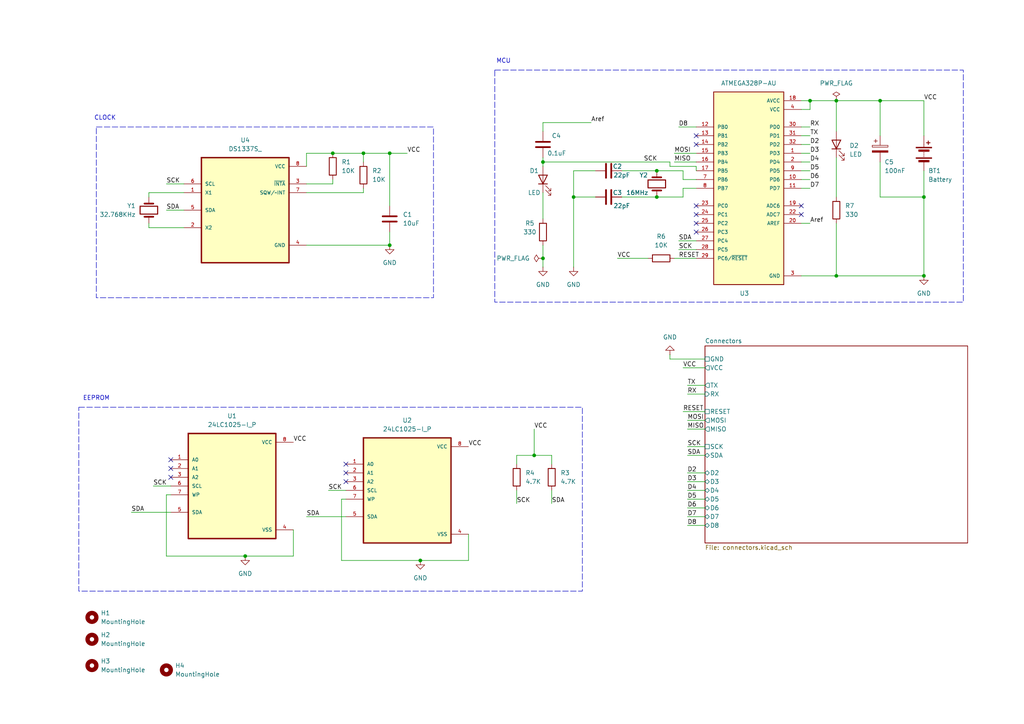
<source format=kicad_sch>
(kicad_sch (version 20250114) (generator "eeschema") (generator_version "9.0")
  (paper "A4")
  (title_block (title "${project_name}") (date "2026-01-29") (rev "1"))
  (lib_symbols
    (symbol "24LC1025-I_P:24LC1025-I_P" (pin_names (offset 1.016))
      (property "Reference" "U" (at -12.7 16.24 0))
      (property "Value" "24LC1025-I_P" (at -12.7 -19.24 0))
      (symbol "24LC1025-I_P_0_0"
        (rectangle (start -12.7 -15.24) (end 12.7 15.24) (stroke (width 0.41)) (fill (type background)))
        (pin input line (at -17.78 7.62 0) (length 5.08) (name "A0") (number "1"))
        (pin input line (at -17.78 5.08 0) (length 5.08) (name "A1") (number "2"))
        (pin input line (at -17.78 2.54 0) (length 5.08) (name "A2") (number "3"))
        (pin input line (at -17.78 0 0) (length 5.08) (name "SCL") (number "6"))
        (pin input line (at -17.78 -2.54 0) (length 5.08) (name "WP") (number "7"))
        (pin bidirectional line (at -17.78 -7.62 0) (length 5.08) (name "SDA") (number "5"))
        (pin power_in line (at 17.78 12.7 180) (length 5.08) (name "VCC") (number "8"))
        (pin power_in line (at 17.78 -12.7 180) (length 5.08) (name "VSS") (number "4"))
      )
    )
    (symbol "ATMEGA328P-AU:ATMEGA328P-AU" (pin_names (offset 1.016))
      (property "Reference" "U" (at -10.1755 29.2546 0))
      (property "Value" "ATMEGA328P-AU" (at -10.1669 -31.7714 0))
      (symbol "ATMEGA328P-AU_0_0"
        (rectangle (start -10.16 -27.94) (end 10.16 27.94) (stroke (width 0.254)) (fill (type background)))
        (pin bidirectional line (at -15.24 17.78 0) (length 5.08) (name "PB0") (number "12"))
        (pin bidirectional line (at -15.24 15.24 0) (length 5.08) (name "PB1") (number "13"))
        (pin bidirectional line (at -15.24 12.7 0) (length 5.08) (name "PB2") (number "14"))
        (pin bidirectional line (at -15.24 10.16 0) (length 5.08) (name "PB3") (number "15"))
        (pin bidirectional line (at -15.24 7.62 0) (length 5.08) (name "PB4") (number "16"))
        (pin bidirectional line (at -15.24 5.08 0) (length 5.08) (name "PB5") (number "17"))
        (pin bidirectional line (at -15.24 2.54 0) (length 5.08) (name "PB6") (number "7"))
        (pin bidirectional line (at -15.24 0 0) (length 5.08) (name "PB7") (number "8"))
        (pin bidirectional line (at -15.24 -5.08 0) (length 5.08) (name "PC0") (number "23"))
        (pin bidirectional line (at -15.24 -7.62 0) (length 5.08) (name "PC1") (number "24"))
        (pin bidirectional line (at -15.24 -10.16 0) (length 5.08) (name "PC2") (number "25"))
        (pin bidirectional line (at -15.24 -12.7 0) (length 5.08) (name "PC3") (number "26"))
        (pin bidirectional line (at -15.24 -15.24 0) (length 5.08) (name "PC4") (number "27"))
        (pin bidirectional line (at -15.24 -17.78 0) (length 5.08) (name "PC5") (number "28"))
        (pin bidirectional line (at -15.24 -20.32 0) (length 5.08) (name "PC6/~{RESET}") (number "29"))
        (pin power_in line (at 15.24 25.4 180) (length 5.08) (name "AVCC") (number "18"))
        (pin power_in line (at 15.24 22.86 180) (length 5.08) (name "VCC") (number "4"))
        (pin power_in line (at 15.24 22.86 180) (length 5.08) (hide yes) (name "VCC") (number "6"))
        (pin bidirectional line (at 15.24 17.78 180) (length 5.08) (name "PD0") (number "30"))
        (pin bidirectional line (at 15.24 15.24 180) (length 5.08) (name "PD1") (number "31"))
        (pin bidirectional line (at 15.24 12.7 180) (length 5.08) (name "PD2") (number "32"))
        (pin bidirectional line (at 15.24 10.16 180) (length 5.08) (name "PD3") (number "1"))
        (pin bidirectional line (at 15.24 7.62 180) (length 5.08) (name "PD4") (number "2"))
        (pin bidirectional line (at 15.24 5.08 180) (length 5.08) (name "PD5") (number "9"))
        (pin bidirectional line (at 15.24 2.54 180) (length 5.08) (name "PD6") (number "10"))
        (pin bidirectional line (at 15.24 0 180) (length 5.08) (name "PD7") (number "11"))
        (pin bidirectional line (at 15.24 -5.08 180) (length 5.08) (name "ADC6") (number "19"))
        (pin bidirectional line (at 15.24 -7.62 180) (length 5.08) (name "ADC7") (number "22"))
        (pin input line (at 15.24 -10.16 180) (length 5.08) (name "AREF") (number "20"))
        (pin power_in line (at 15.24 -25.4 180) (length 5.08) (hide yes) (name "GND") (number "21"))
        (pin power_in line (at 15.24 -25.4 180) (length 5.08) (name "GND") (number "3"))
        (pin power_in line (at 15.24 -25.4 180) (length 5.08) (hide yes) (name "GND") (number "5"))
      )
    )
    (symbol "DS1337S_:DS1337S_" (pin_names (offset 1.016))
      (property "Reference" "U" (at -12.7 16.24 0))
      (property "Value" "DS1337S_" (at -12.7 -19.24 0))
      (symbol "DS1337S__0_0"
        (rectangle (start -12.7 -15.24) (end 12.7 15.24) (stroke (width 0.41)) (fill (type background)))
        (pin input line (at -17.78 7.62 0) (length 5.08) (name "SCL") (number "6"))
        (pin input line (at -17.78 5.08 0) (length 5.08) (name "X1") (number "1"))
        (pin bidirectional line (at -17.78 0 0) (length 5.08) (name "SDA") (number "5"))
        (pin bidirectional line (at -17.78 -5.08 0) (length 5.08) (name "X2") (number "2"))
        (pin power_in line (at 17.78 12.7 180) (length 5.08) (name "VCC") (number "8"))
        (pin output line (at 17.78 7.62 180) (length 5.08) (name "~{INTA}") (number "3"))
        (pin output line (at 17.78 5.08 180) (length 5.08) (name "SQW/~INT") (number "7"))
        (pin power_in line (at 17.78 -10.16 180) (length 5.08) (name "GND") (number "4"))
      )
    )
    (symbol "Device:Battery" (pin_numbers (hide yes)) (pin_names (offset 0) (hide yes))
      (property "Reference" "BT" (at 2.54 2.54 0))
      (property "Value" "Battery" (at 2.54 0 0))
      (symbol "Battery_0_1"
        (rectangle (start -2.286 1.778) (end 2.286 1.524) (fill (type outline)))
        (rectangle (start -2.286 -1.27) (end 2.286 -1.524) (fill (type outline)))
        (rectangle (start -1.524 1.016) (end 1.524 0.508) (fill (type outline)))
        (rectangle (start -1.524 -2.032) (end 1.524 -2.54) (fill (type outline)))
        (polyline (pts (xy 0 1.778) (xy 0 2.54)))
        (polyline (pts (xy 0 0) (xy 0 0.254)))
        (polyline (pts (xy 0 -0.508) (xy 0 -0.254)))
        (polyline (pts (xy 0 -1.016) (xy 0 -0.762)))
        (polyline (pts (xy 0.762 3.048) (xy 1.778 3.048)) (stroke (width 0.254)))
        (polyline (pts (xy 1.27 3.556) (xy 1.27 2.54)) (stroke (width 0.254)))
      )
      (symbol "Battery_1_1"
        (pin passive line (at 0 5.08 270) (length 2.54) (name "+") (number "1"))
        (pin passive line (at 0 -5.08 90) (length 2.54) (name "-") (number "2"))
      )
    )
    (symbol "Device:C" (pin_numbers (hide yes)) (pin_names (offset 0.254))
      (property "Reference" "C" (at 0.635 2.54 0))
      (property "Value" "C" (at 0.635 -2.54 0))
      (symbol "C_0_1"
        (polyline (pts (xy -2.032 0.762) (xy 2.032 0.762)) (stroke (width 0.508)))
        (polyline (pts (xy -2.032 -0.762) (xy 2.032 -0.762)) (stroke (width 0.508)))
      )
      (symbol "C_1_1"
        (pin passive line (at 0 3.81 270) (length 2.794) (name "~") (number "1"))
        (pin passive line (at 0 -3.81 90) (length 2.794) (name "~") (number "2"))
      )
    )
    (symbol "Device:C_Polarized" (pin_numbers (hide yes)) (pin_names (offset 0.254))
      (property "Reference" "C" (at 0.635 2.54 0))
      (property "Value" "C_Polarized" (at 0.635 -2.54 0))
      (symbol "C_Polarized_0_1"
        (rectangle (start -2.286 0.508) (end 2.286 1.016))
        (polyline (pts (xy -1.778 2.286) (xy -0.762 2.286)))
        (polyline (pts (xy -1.27 2.794) (xy -1.27 1.778)))
        (rectangle (start 2.286 -0.508) (end -2.286 -1.016) (fill (type outline)))
      )
      (symbol "C_Polarized_1_1"
        (pin passive line (at 0 3.81 270) (length 2.794) (name "~") (number "1"))
        (pin passive line (at 0 -3.81 90) (length 2.794) (name "~") (number "2"))
      )
    )
    (symbol "Device:Crystal" (pin_numbers (hide yes)) (pin_names (offset 1.016) (hide yes))
      (property "Reference" "Y" (at 0 3.81 0))
      (property "Value" "Crystal" (at 0 -3.81 0))
      (symbol "Crystal_0_1"
        (polyline (pts (xy -2.54 0) (xy -1.905 0)))
        (polyline (pts (xy -1.905 -1.27) (xy -1.905 1.27)) (stroke (width 0.508)))
        (rectangle (start -1.143 2.54) (end 1.143 -2.54) (stroke (width 0.3048)))
        (polyline (pts (xy 1.905 -1.27) (xy 1.905 1.27)) (stroke (width 0.508)))
        (polyline (pts (xy 2.54 0) (xy 1.905 0)))
      )
      (symbol "Crystal_1_1"
        (pin passive line (at -3.81 0 0) (length 1.27) (name "1") (number "1"))
        (pin passive line (at 3.81 0 180) (length 1.27) (name "2") (number "2"))
      )
    )
    (symbol "Device:LED" (pin_numbers (hide yes)) (pin_names (offset 1.016) (hide yes))
      (property "Reference" "D" (at 0 2.54 0))
      (property "Value" "LED" (at 0 -2.54 0))
      (symbol "LED_0_1"
        (polyline (pts (xy -3.048 -0.762) (xy -4.572 -2.286) (xy -3.81 -2.286) (xy -4.572 -2.286) (xy -4.572 -1.524)))
        (polyline (pts (xy -1.778 -0.762) (xy -3.302 -2.286) (xy -2.54 -2.286) (xy -3.302 -2.286) (xy -3.302 -1.524)))
        (polyline (pts (xy -1.27 0) (xy 1.27 0)))
        (polyline (pts (xy -1.27 -1.27) (xy -1.27 1.27)) (stroke (width 0.254)))
        (polyline (pts (xy 1.27 -1.27) (xy 1.27 1.27) (xy -1.27 0) (xy 1.27 -1.27)) (stroke (width 0.254)))
      )
      (symbol "LED_1_1"
        (pin passive line (at -3.81 0 0) (length 2.54) (name "K") (number "1"))
        (pin passive line (at 3.81 0 180) (length 2.54) (name "A") (number "2"))
      )
    )
    (symbol "Device:R" (pin_numbers (hide yes)) (pin_names (offset 0))
      (property "Reference" "R" (at 2.032 0 90))
      (property "Value" "R" (at 0 0 90))
      (symbol "R_0_1"
        (rectangle (start -1.016 -2.54) (end 1.016 2.54) (stroke (width 0.254)))
      )
      (symbol "R_1_1"
        (pin passive line (at 0 3.81 270) (length 1.27) (name "~") (number "1"))
        (pin passive line (at 0 -3.81 90) (length 1.27) (name "~") (number "2"))
      )
    )
    (symbol "Mechanical:MountingHole" (pin_names (offset 1.016)) (in_bom no)
      (property "Reference" "H" (at 0 5.08 0))
      (property "Value" "MountingHole" (at 0 3.175 0))
      (symbol "MountingHole_0_1"
        (circle (center 0 0) (radius 1.27) (stroke (width 1.27)))
      )
    )
    (symbol "power:GND" (power) (pin_numbers (hide yes)) (pin_names (offset 0) (hide yes))
      (property "Value" "GND" (at 0 -3.81 0))
      (symbol "GND_0_1"
        (polyline (pts (xy 0 0) (xy 0 -1.27) (xy 1.27 -1.27) (xy 0 -2.54) (xy -1.27 -1.27) (xy 0 -1.27)))
      )
      (symbol "GND_1_1"
        (pin power_in line (at 0 0 270) (length 0) (name "~") (number "1"))
      )
    )
    (symbol "power:PWR_FLAG" (power) (pin_numbers (hide yes)) (pin_names (offset 0) (hide yes))
      (property "Value" "PWR_FLAG" (at 0 3.81 0))
      (symbol "PWR_FLAG_0_0"
        (pin power_out line (at 0 0 90) (length 0) (name "~") (number "1"))
      )
      (symbol "PWR_FLAG_0_1"
        (polyline (pts (xy 0 0) (xy 0 1.27) (xy -1.016 1.905) (xy 0 2.54) (xy 1.016 1.905) (xy 0 1.27)))
      )
    )
  )
  (rectangle (start 22.86 118.11) (end 168.91 171.45) (stroke (width 0) (type dash)))
  (rectangle (start 143.51 20.32) (end 279.4 87.63) (stroke (width 0) (type dash)))
  (rectangle (start 27.94 36.83) (end 125.73 86.36) (stroke (width 0) (type dash)))
  (text "EEPROM" (at 27.94 115.57 0) (effects (font (size 1.27 1.27))))
  (text "CLOCK" (at 30.48 34.29 0) (effects (font (size 1.27 1.27))))
  (text "MCU" (at 146.05 17.78 0) (effects (font (size 1.27 1.27))))
  (junction (at 190.5 57.15))
  (junction (at 121.92 162.56))
  (junction (at 255.27 29.21))
  (junction (at 234.95 29.21))
  (junction (at 96.52 44.45))
  (junction (at 166.37 57.15))
  (junction (at 242.57 29.21))
  (junction (at 154.94 132.08))
  (junction (at 113.03 71.12))
  (junction (at 71.12 161.29))
  (junction (at 157.48 46.99))
  (junction (at 105.41 44.45))
  (junction (at 267.97 57.15))
  (junction (at 242.57 80.01))
  (junction (at 113.03 44.45))
  (junction (at 157.48 74.93))
  (junction (at 267.97 80.01))
  (junction (at 190.5 49.53))
  (no_connect (at 232.41 62.23))
  (no_connect (at 49.53 133.35))
  (no_connect (at 201.93 39.37))
  (no_connect (at 201.93 41.91))
  (no_connect (at 201.93 62.23))
  (no_connect (at 100.33 137.16))
  (no_connect (at 201.93 67.31))
  (no_connect (at 100.33 134.62))
  (no_connect (at 100.33 139.7))
  (no_connect (at 201.93 59.69))
  (no_connect (at 232.41 59.69))
  (no_connect (at 49.53 138.43))
  (no_connect (at 201.93 64.77))
  (no_connect (at 49.53 135.89))
  (wire (pts (xy 255.27 57.15) (xy 267.97 57.15)))
  (wire (pts (xy 196.85 69.85) (xy 201.93 69.85)))
  (wire (pts (xy 157.48 46.99) (xy 157.48 48.26)))
  (wire (pts (xy 43.18 64.77) (xy 43.18 66.04)))
  (wire (pts (xy 255.27 29.21) (xy 255.27 39.37)))
  (wire (pts (xy 180.34 57.15) (xy 190.5 57.15)))
  (wire (pts (xy 199.39 144.78) (xy 204.47 144.78)))
  (wire (pts (xy 234.95 29.21) (xy 234.95 31.75)))
  (wire (pts (xy 105.41 44.45) (xy 113.03 44.45)))
  (wire (pts (xy 48.26 143.51) (xy 48.26 161.29)))
  (wire (pts (xy 198.12 57.15) (xy 190.5 57.15)))
  (wire (pts (xy 232.41 49.53) (xy 234.95 49.53)))
  (wire (pts (xy 232.41 29.21) (xy 234.95 29.21)))
  (wire (pts (xy 198.12 54.61) (xy 198.12 57.15)))
  (wire (pts (xy 201.93 48.26) (xy 201.93 49.53)))
  (wire (pts (xy 166.37 57.15) (xy 166.37 77.47)))
  (wire (pts (xy 242.57 80.01) (xy 267.97 80.01)))
  (wire (pts (xy 234.95 29.21) (xy 242.57 29.21)))
  (wire (pts (xy 99.06 162.56) (xy 121.92 162.56)))
  (wire (pts (xy 232.41 52.07) (xy 234.95 52.07)))
  (wire (pts (xy 149.86 132.08) (xy 154.94 132.08)))
  (wire (pts (xy 199.39 152.4) (xy 204.47 152.4)))
  (wire (pts (xy 85.09 153.67) (xy 85.09 161.29)))
  (wire (pts (xy 198.12 49.53) (xy 198.12 52.07)))
  (wire (pts (xy 160.02 142.24) (xy 160.02 146.05)))
  (wire (pts (xy 88.9 48.26) (xy 88.9 44.45)))
  (wire (pts (xy 154.94 124.46) (xy 154.94 132.08)))
  (wire (pts (xy 149.86 134.62) (xy 149.86 132.08)))
  (wire (pts (xy 194.31 102.87) (xy 194.31 104.14)))
  (wire (pts (xy 43.18 66.04) (xy 53.34 66.04)))
  (wire (pts (xy 157.48 35.56) (xy 171.45 35.56)))
  (wire (pts (xy 43.18 55.88) (xy 43.18 57.15)))
  (wire (pts (xy 172.72 57.15) (xy 166.37 57.15)))
  (wire (pts (xy 267.97 49.53) (xy 267.97 57.15)))
  (wire (pts (xy 267.97 29.21) (xy 267.97 39.37)))
  (wire (pts (xy 190.5 49.53) (xy 198.12 49.53)))
  (wire (pts (xy 180.34 49.53) (xy 190.5 49.53)))
  (wire (pts (xy 198.12 52.07) (xy 201.93 52.07)))
  (wire (pts (xy 71.12 161.29) (xy 85.09 161.29)))
  (wire (pts (xy 154.94 132.08) (xy 160.02 132.08)))
  (wire (pts (xy 44.45 140.97) (xy 49.53 140.97)))
  (wire (pts (xy 157.48 46.99) (xy 194.31 46.99)))
  (wire (pts (xy 88.9 53.34) (xy 96.52 53.34)))
  (wire (pts (xy 199.39 129.54) (xy 204.47 129.54)))
  (wire (pts (xy 157.48 74.93) (xy 157.48 77.47)))
  (wire (pts (xy 105.41 55.88) (xy 105.41 54.61)))
  (wire (pts (xy 43.18 55.88) (xy 53.34 55.88)))
  (wire (pts (xy 199.39 111.76) (xy 204.47 111.76)))
  (wire (pts (xy 100.33 144.78) (xy 99.06 144.78)))
  (wire (pts (xy 48.26 60.96) (xy 53.34 60.96)))
  (wire (pts (xy 199.39 149.86) (xy 204.47 149.86)))
  (wire (pts (xy 198.12 106.68) (xy 204.47 106.68)))
  (wire (pts (xy 105.41 44.45) (xy 105.41 46.99)))
  (wire (pts (xy 242.57 29.21) (xy 255.27 29.21)))
  (wire (pts (xy 196.85 36.83) (xy 201.93 36.83)))
  (wire (pts (xy 196.85 72.39) (xy 201.93 72.39)))
  (wire (pts (xy 48.26 161.29) (xy 71.12 161.29)))
  (wire (pts (xy 194.31 104.14) (xy 204.47 104.14)))
  (wire (pts (xy 199.39 121.92) (xy 204.47 121.92)))
  (wire (pts (xy 157.48 38.1) (xy 157.48 35.56)))
  (wire (pts (xy 255.27 46.99) (xy 255.27 57.15)))
  (wire (pts (xy 121.92 162.56) (xy 135.89 162.56)))
  (wire (pts (xy 232.41 39.37) (xy 234.95 39.37)))
  (wire (pts (xy 199.39 147.32) (xy 204.47 147.32)))
  (wire (pts (xy 232.41 41.91) (xy 234.95 41.91)))
  (wire (pts (xy 166.37 49.53) (xy 172.72 49.53)))
  (wire (pts (xy 157.48 45.72) (xy 157.48 46.99)))
  (wire (pts (xy 38.1 148.59) (xy 49.53 148.59)))
  (wire (pts (xy 88.9 71.12) (xy 113.03 71.12)))
  (wire (pts (xy 160.02 132.08) (xy 160.02 134.62)))
  (wire (pts (xy 88.9 55.88) (xy 105.41 55.88)))
  (wire (pts (xy 199.39 114.3) (xy 204.47 114.3)))
  (wire (pts (xy 255.27 29.21) (xy 267.97 29.21)))
  (wire (pts (xy 199.39 142.24) (xy 204.47 142.24)))
  (wire (pts (xy 232.41 46.99) (xy 234.95 46.99)))
  (wire (pts (xy 96.52 44.45) (xy 105.41 44.45)))
  (wire (pts (xy 232.41 44.45) (xy 234.95 44.45)))
  (wire (pts (xy 179.07 74.93) (xy 187.96 74.93)))
  (wire (pts (xy 157.48 71.12) (xy 157.48 74.93)))
  (wire (pts (xy 242.57 29.21) (xy 242.57 38.1)))
  (wire (pts (xy 88.9 44.45) (xy 96.52 44.45)))
  (wire (pts (xy 135.89 154.94) (xy 135.89 162.56)))
  (wire (pts (xy 166.37 49.53) (xy 166.37 57.15)))
  (wire (pts (xy 232.41 64.77) (xy 234.95 64.77)))
  (wire (pts (xy 199.39 139.7) (xy 204.47 139.7)))
  (wire (pts (xy 194.31 46.99) (xy 194.31 48.26)))
  (wire (pts (xy 232.41 80.01) (xy 242.57 80.01)))
  (wire (pts (xy 194.31 48.26) (xy 201.93 48.26)))
  (wire (pts (xy 242.57 45.72) (xy 242.57 57.15)))
  (wire (pts (xy 48.26 53.34) (xy 53.34 53.34)))
  (wire (pts (xy 99.06 144.78) (xy 99.06 162.56)))
  (wire (pts (xy 242.57 64.77) (xy 242.57 80.01)))
  (wire (pts (xy 195.58 44.45) (xy 201.93 44.45)))
  (wire (pts (xy 199.39 132.08) (xy 204.47 132.08)))
  (wire (pts (xy 157.48 63.5) (xy 157.48 55.88)))
  (wire (pts (xy 232.41 31.75) (xy 234.95 31.75)))
  (wire (pts (xy 113.03 71.12) (xy 113.03 67.31)))
  (wire (pts (xy 232.41 54.61) (xy 234.95 54.61)))
  (wire (pts (xy 113.03 44.45) (xy 113.03 59.69)))
  (wire (pts (xy 198.12 119.38) (xy 204.47 119.38)))
  (wire (pts (xy 88.9 149.86) (xy 100.33 149.86)))
  (wire (pts (xy 149.86 142.24) (xy 149.86 146.05)))
  (wire (pts (xy 199.39 137.16) (xy 204.47 137.16)))
  (wire (pts (xy 201.93 54.61) (xy 198.12 54.61)))
  (wire (pts (xy 95.25 142.24) (xy 100.33 142.24)))
  (wire (pts (xy 96.52 53.34) (xy 96.52 52.07)))
  (wire (pts (xy 49.53 143.51) (xy 48.26 143.51)))
  (wire (pts (xy 113.03 44.45) (xy 118.11 44.45)))
  (wire (pts (xy 199.39 124.46) (xy 204.47 124.46)))
  (wire (pts (xy 195.58 74.93) (xy 201.93 74.93)))
  (wire (pts (xy 232.41 36.83) (xy 234.95 36.83)))
  (wire (pts (xy 267.97 57.15) (xy 267.97 80.01)))
  (wire (pts (xy 195.58 46.99) (xy 201.93 46.99)))
  (label "D3" (at 234.95 44.45 0))
  (label "D7" (at 234.95 54.61 0))
  (label "D4" (at 199.39 142.24 0))
  (label "VCC" (at 179.07 74.93 0))
  (label "SCK" (at 149.86 146.05 0))
  (label "Aref" (at 171.45 35.56 0))
  (label "D8" (at 196.85 36.83 0))
  (label "D5" (at 199.39 144.78 0))
  (label "D2" (at 234.95 41.91 0))
  (label "TX" (at 199.39 111.76 0))
  (label "RX" (at 199.39 114.3 0))
  (label "D3" (at 199.39 139.7 0))
  (label "SDA" (at 199.39 132.08 0))
  (label "SDA" (at 160.02 146.05 0))
  (label "RX" (at 234.95 36.83 0))
  (label "VCC" (at 267.97 29.21 0))
  (label "SCK" (at 186.69 46.99 0))
  (label "SCK" (at 44.45 140.97 0))
  (label "D7" (at 199.39 149.86 0))
  (label "RESET" (at 198.12 119.38 0))
  (label "VCC" (at 135.89 129.54 0))
  (label "RESET" (at 196.85 74.93 0))
  (label "VCC" (at 118.11 44.45 0))
  (label "D6" (at 199.39 147.32 0))
  (label "Aref" (at 234.95 64.77 0))
  (label "MISO" (at 195.58 46.99 0))
  (label "MOSI" (at 195.58 44.45 0))
  (label "SCK" (at 199.39 129.54 0))
  (label "MISO" (at 199.39 124.46 0))
  (label "D5" (at 234.95 49.53 0))
  (label "SCK" (at 95.25 142.24 0))
  (label "SDA" (at 196.85 69.85 0))
  (label "SDA" (at 48.26 60.96 0))
  (label "VCC" (at 154.94 124.46 0))
  (label "MOSI" (at 199.39 121.92 0))
  (label "VCC" (at 198.12 106.68 0))
  (label "D4" (at 234.95 46.99 0))
  (label "SDA" (at 38.1 148.59 0))
  (label "SDA" (at 88.9 149.86 0))
  (label "SCK" (at 196.85 72.39 0))
  (label "VCC" (at 85.09 128.27 0))
  (label "D8" (at 199.39 152.4 0))
  (label "D2" (at 199.39 137.16 0))
  (label "TX" (at 234.95 39.37 0))
  (label "SCK" (at 48.26 53.34 0))
  (label "D6" (at 234.95 52.07 0))
  (symbol (lib_id "Device:Crystal") (at 43.18 60.96 270) (mirror x) (unit 1)
    (property "Reference" "Y1" (at 39.37 59.6899 90) (effects (justify right)))
    (property "Value" "32.768KHz" (at 39.37 62.2299 90) (effects (justify right)))
    (property "Footprint" "Crystal:Crystal_SMD_5032-2Pin_5.0x3.2mm_HandSoldering" (effects (hide yes)))
    (property "Description" "Two pin crystal" (effects (hide yes)))
  )
  (symbol (lib_id "power:GND") (at 194.31 102.87 180) (unit 1)
    (property "Reference" "#PWR07" (effects (hide yes)))
    (property "Value" "GND" (at 194.31 97.79 0))
    (property "Description" "Power symbol creates a global label with name \"GND\" , ground" (effects (hide yes)))
  )
  (symbol (lib_id "Device:R") (at 96.52 48.26 0) (unit 1)
    (property "Reference" "R1" (at 99.06 46.9899 0) (effects (justify left)))
    (property "Value" "10K" (at 99.06 49.5299 0) (effects (justify left)))
    (property "Footprint" "Resistor_SMD:R_0805_2012Metric_Pad1.20x1.40mm_HandSolder" (effects (hide yes)))
    (property "Description" "Resistor" (effects (hide yes)))
  )
  (symbol (lib_id "Device:Crystal") (at 190.5 53.34 270) (unit 1)
    (property "Reference" "Y2" (at 185.42 50.8 90) (effects (justify left)))
    (property "Value" "16MHz" (at 181.61 55.88 90) (effects (justify left)))
    (property "Footprint" "Crystal:Crystal_SMD_5032-2Pin_5.0x3.2mm_HandSoldering" (effects (hide yes)))
    (property "Description" "Two pin crystal" (effects (hide yes)))
  )
  (symbol (lib_id "Device:R") (at 191.77 74.93 90) (unit 1)
    (property "Reference" "R6" (at 191.77 68.58 90))
    (property "Value" "10K" (at 191.77 71.12 90))
    (property "Footprint" "Resistor_SMD:R_0805_2012Metric_Pad1.20x1.40mm_HandSolder" (effects (hide yes)))
    (property "Description" "Resistor" (effects (hide yes)))
  )
  (symbol (lib_id "Device:C") (at 176.53 57.15 90) (unit 1)
    (property "Reference" "C3" (at 179.07 55.88 90))
    (property "Value" "22pF" (at 180.34 59.69 90))
    (property "Footprint" "Capacitor_SMD:C_0805_2012Metric_Pad1.18x1.45mm_HandSolder" (effects (hide yes)))
    (property "Description" "Unpolarized capacitor" (effects (hide yes)))
  )
  (symbol (lib_id "Device:R") (at 160.02 138.43 0) (unit 1)
    (property "Reference" "R3" (at 162.56 137.1599 0) (effects (justify left)))
    (property "Value" "4.7K" (at 162.56 139.6999 0) (effects (justify left)))
    (property "Footprint" "Resistor_SMD:R_0805_2012Metric_Pad1.20x1.40mm_HandSolder" (effects (hide yes)))
    (property "Description" "Resistor" (effects (hide yes)))
  )
  (symbol (lib_id "power:PWR_FLAG") (at 157.48 74.93 90) (unit 1)
    (property "Reference" "#FLG02" (effects (hide yes)))
    (property "Value" "PWR_FLAG" (at 153.67 74.9299 90) (effects (justify left)))
    (property "Description" "Special symbol for telling ERC where power comes from" (effects (hide yes)))
  )
  (symbol (lib_id "Mechanical:MountingHole") (at 26.67 179.07 0) (unit 1) (in_bom no)
    (property "Reference" "H1" (at 29.21 177.7999 0) (effects (justify left)))
    (property "Value" "MountingHole" (at 29.21 180.3399 0) (effects (justify left)))
    (property "Footprint" "MountingHole:MountingHole_2.1mm" (effects (hide yes)))
    (property "Description" "Mounting Hole without connection" (effects (hide yes)))
  )
  (symbol (lib_id "Mechanical:MountingHole") (at 48.26 194.31 0) (unit 1) (in_bom no)
    (property "Reference" "H4" (at 50.8 193.0399 0) (effects (justify left)))
    (property "Value" "MountingHole" (at 50.8 195.5799 0) (effects (justify left)))
    (property "Footprint" "MountingHole:MountingHole_2.1mm" (effects (hide yes)))
    (property "Description" "Mounting Hole without connection" (effects (hide yes)))
  )
  (symbol (lib_id "Device:C") (at 157.48 41.91 180) (unit 1)
    (property "Reference" "C4" (at 160.02 39.37 0) (effects (justify right)))
    (property "Value" "0.1uF" (at 158.75 44.45 0) (effects (justify right)))
    (property "Footprint" "Capacitor_SMD:C_0805_2012Metric_Pad1.18x1.45mm_HandSolder" (effects (hide yes)))
    (property "Description" "Unpolarized capacitor" (effects (hide yes)))
  )
  (symbol (lib_id "power:GND") (at 267.97 80.01 0) (unit 1)
    (property "Reference" "#PWR03" (effects (hide yes)))
    (property "Value" "GND" (at 267.97 85.09 0))
    (property "Description" "Power symbol creates a global label with name \"GND\" , ground" (effects (hide yes)))
  )
  (symbol (lib_id "ATMEGA328P-AU:ATMEGA328P-AU") (at 217.17 54.61 0) (unit 1)
    (property "Reference" "U3" (at 215.9 85.09 0))
    (property "Value" "ATMEGA328P-AU" (at 217.17 24.13 0))
    (property "Footprint" "footprints:QFP80P900X900X120-32N" (effects (hide yes)))
    (property "MF" "MICROCHIP TECH." (effects (hide yes)))
    (property "MAXIMUM_PACKAGE_HEIGHT" "1.20mm" (effects (hide yes)))
    (property "Package" "TQFP-32 Microchip" (effects (hide yes)))
    (property "Price" "None" (effects (hide yes)))
    (property "Check_prices" "https://www.snapeda.com/parts/ATMEGA328P-AU/Microchip+Technology/view-part/?ref=eda" (effects (hide yes)))
    (property "STANDARD" "IPC-7351B" (effects (hide yes)))
    (property "PARTREV" "8271A" (effects (hide yes)))
    (property "SnapEDA_Link" "https://www.snapeda.com/parts/ATMEGA328P-AU/Microchip+Technology/view-part/?ref=snap" (effects (hide yes)))
    (property "MP" "ATMEGA328P-AU" (effects (hide yes)))
    (property "Description_1" "MCU 8-bit - AVR ATmega Family ATmega328 Series Microcontrollers - 20 MHz - 32 KB - 2 KB - 32 Pins." (effects (hide yes)))
    (property "Availability" "In Stock" (effects (hide yes)))
    (property "MANUFACTURER" "Microchip" (effects (hide yes)))
  )
  (symbol (lib_id "power:GND") (at 121.92 162.56 0) (unit 1)
    (property "Reference" "#PWR02" (effects (hide yes)))
    (property "Value" "GND" (at 121.92 167.64 0))
    (property "Description" "Power symbol creates a global label with name \"GND\" , ground" (effects (hide yes)))
  )
  (symbol (lib_id "Device:R") (at 105.41 50.8 0) (unit 1)
    (property "Reference" "R2" (at 107.95 49.5299 0) (effects (justify left)))
    (property "Value" "10K" (at 107.95 52.0699 0) (effects (justify left)))
    (property "Footprint" "Resistor_SMD:R_0805_2012Metric_Pad1.20x1.40mm_HandSolder" (effects (hide yes)))
    (property "Description" "Resistor" (effects (hide yes)))
  )
  (symbol (lib_id "Device:R") (at 157.48 67.31 180) (unit 1)
    (property "Reference" "R5" (at 153.67 64.77 0))
    (property "Value" "330" (at 153.67 67.31 0))
    (property "Footprint" "Resistor_SMD:R_0805_2012Metric_Pad1.20x1.40mm_HandSolder" (effects (hide yes)))
    (property "Description" "Resistor" (effects (hide yes)))
  )
  (symbol (lib_id "Mechanical:MountingHole") (at 26.67 185.42 0) (unit 1) (in_bom no)
    (property "Reference" "H2" (at 29.21 184.1499 0) (effects (justify left)))
    (property "Value" "MountingHole" (at 29.21 186.6899 0) (effects (justify left)))
    (property "Footprint" "MountingHole:MountingHole_2.1mm" (effects (hide yes)))
    (property "Description" "Mounting Hole without connection" (effects (hide yes)))
  )
  (symbol (lib_id "DS1337S_:DS1337S_") (at 71.12 60.96 0) (unit 1)
    (property "Reference" "U4" (at 71.12 40.64 0))
    (property "Value" "DS1337S_" (at 71.12 43.18 0))
    (property "Footprint" "footprints:SOIC127P600X175-8N" (effects (hide yes)))
    (property "MF" "Analog Devices" (effects (hide yes)))
    (property "Description_1" "I²C Serial Real-Time Clock" (effects (hide yes)))
    (property "Package" "SOIC-8 Maxim" (effects (hide yes)))
    (property "Price" "None" (effects (hide yes)))
    (property "SnapEDA_Link" "https://www.snapeda.com/parts/DS1337S+/Analog+Devices/view-part/?ref=snap" (effects (hide yes)))
    (property "MP" "DS1337S+" (effects (hide yes)))
    (property "Availability" "In Stock" (effects (hide yes)))
    (property "Check_prices" "https://www.snapeda.com/parts/DS1337S+/Analog+Devices/view-part/?ref=eda" (effects (hide yes)))
  )
  (symbol (lib_id "Device:C") (at 176.53 49.53 90) (unit 1)
    (property "Reference" "C2" (at 179.07 48.26 90))
    (property "Value" "22pF" (at 180.34 50.8 90))
    (property "Footprint" "Capacitor_SMD:C_0805_2012Metric_Pad1.18x1.45mm_HandSolder" (effects (hide yes)))
    (property "Description" "Unpolarized capacitor" (effects (hide yes)))
  )
  (symbol (lib_id "Device:LED") (at 157.48 52.07 90) (unit 1)
    (property "Reference" "D1" (at 154.94 49.53 90))
    (property "Value" "LED" (at 154.94 55.88 90))
    (property "Footprint" "LED_SMD:LED_0805_2012Metric_Pad1.15x1.40mm_HandSolder" (effects (hide yes)))
    (property "Description" "Light emitting diode" (effects (hide yes)))
    (property "Sim.Pins" "1=K 2=A" (effects (hide yes)))
  )
  (symbol (lib_id "power:GND") (at 166.37 77.47 0) (unit 1)
    (property "Reference" "#PWR05" (effects (hide yes)))
    (property "Value" "GND" (at 166.37 82.55 0))
    (property "Description" "Power symbol creates a global label with name \"GND\" , ground" (effects (hide yes)))
  )
  (symbol (lib_id "power:GND") (at 157.48 77.47 0) (unit 1)
    (property "Reference" "#PWR06" (effects (hide yes)))
    (property "Value" "GND" (at 157.48 82.55 0))
    (property "Description" "Power symbol creates a global label with name \"GND\" , ground" (effects (hide yes)))
  )
  (symbol (lib_id "Device:Battery") (at 267.97 44.45 0) (unit 1)
    (property "Reference" "BT1" (at 269.24 49.53 0) (effects (justify left)))
    (property "Value" "Battery" (at 269.24 52.07 0) (effects (justify left)))
    (property "Footprint" "Connector_PinHeader_2.54mm:PinHeader_1x02_P2.54mm_Vertical" (effects (hide yes)))
    (property "Description" "Multiple-cell battery" (effects (hide yes)))
  )
  (symbol (lib_id "24LC1025-I_P:24LC1025-I_P") (at 67.31 140.97 0) (unit 1)
    (property "Reference" "U1" (at 67.31 120.65 0))
    (property "Value" "24LC1025-I_P" (at 67.31 123.19 0))
    (property "Footprint" "footprints:DIP787W46P254L927H533Q8" (effects (hide yes)))
    (property "MF" "Microchip" (effects (hide yes)))
    (property "Description_1" "1024K, 128K X 8, 2.5V SER EE, 128 BYTE PAGE, PDIP-8 | Microchip Technology Inc. 24LC1025-I/P" (effects (hide yes)))
    (property "Package" "DIP-8 Microchip" (effects (hide yes)))
    (property "Price" "None" (effects (hide yes)))
    (property "SnapEDA_Link" "https://www.snapeda.com/parts/24LC1025-I/P/Microchip+Technology/view-part/?ref=snap" (effects (hide yes)))
    (property "MP" "24LC1025-I/P" (effects (hide yes)))
    (property "Availability" "In Stock" (effects (hide yes)))
    (property "Check_prices" "https://www.snapeda.com/parts/24LC1025-I/P/Microchip+Technology/view-part/?ref=eda" (effects (hide yes)))
  )
  (symbol (lib_id "power:GND") (at 113.03 71.12 0) (unit 1)
    (property "Reference" "#PWR04" (effects (hide yes)))
    (property "Value" "GND" (at 113.03 76.2 0))
    (property "Description" "Power symbol creates a global label with name \"GND\" , ground" (effects (hide yes)))
  )
  (symbol (lib_id "Device:R") (at 242.57 60.96 0) (unit 1)
    (property "Reference" "R7" (at 245.11 59.6899 0) (effects (justify left)))
    (property "Value" "330" (at 245.11 62.2299 0) (effects (justify left)))
    (property "Footprint" "Resistor_SMD:R_0805_2012Metric_Pad1.20x1.40mm_HandSolder" (effects (hide yes)))
    (property "Description" "Resistor" (effects (hide yes)))
  )
  (symbol (lib_id "24LC1025-I_P:24LC1025-I_P") (at 118.11 142.24 0) (unit 1)
    (property "Reference" "U2" (at 118.11 121.92 0))
    (property "Value" "24LC1025-I_P" (at 118.11 124.46 0))
    (property "Footprint" "footprints:DIP787W46P254L927H533Q8" (effects (hide yes)))
    (property "MF" "Microchip" (effects (hide yes)))
    (property "Description_1" "1024K, 128K X 8, 2.5V SER EE, 128 BYTE PAGE, PDIP-8 | Microchip Technology Inc. 24LC1025-I/P" (effects (hide yes)))
    (property "Package" "DIP-8 Microchip" (effects (hide yes)))
    (property "Price" "None" (effects (hide yes)))
    (property "SnapEDA_Link" "https://www.snapeda.com/parts/24LC1025-I/P/Microchip+Technology/view-part/?ref=snap" (effects (hide yes)))
    (property "MP" "24LC1025-I/P" (effects (hide yes)))
    (property "Availability" "In Stock" (effects (hide yes)))
    (property "Check_prices" "https://www.snapeda.com/parts/24LC1025-I/P/Microchip+Technology/view-part/?ref=eda" (effects (hide yes)))
  )
  (symbol (lib_id "Device:LED") (at 242.57 41.91 90) (unit 1)
    (property "Reference" "D2" (at 246.38 42.2274 90) (effects (justify right)))
    (property "Value" "LED" (at 246.38 44.7674 90) (effects (justify right)))
    (property "Footprint" "LED_SMD:LED_0805_2012Metric_Pad1.15x1.40mm_HandSolder" (effects (hide yes)))
    (property "Description" "Light emitting diode" (effects (hide yes)))
    (property "Sim.Pins" "1=K 2=A" (effects (hide yes)))
  )
  (symbol (lib_id "power:PWR_FLAG") (at 242.57 29.21 0) (unit 1)
    (property "Reference" "#FLG01" (effects (hide yes)))
    (property "Value" "PWR_FLAG" (at 242.57 24.13 0))
    (property "Description" "Special symbol for telling ERC where power comes from" (effects (hide yes)))
  )
  (symbol (lib_id "Mechanical:MountingHole") (at 26.67 193.04 0) (unit 1) (in_bom no)
    (property "Reference" "H3" (at 29.21 191.7699 0) (effects (justify left)))
    (property "Value" "MountingHole" (at 29.21 194.3099 0) (effects (justify left)))
    (property "Footprint" "MountingHole:MountingHole_2.1mm" (effects (hide yes)))
    (property "Description" "Mounting Hole without connection" (effects (hide yes)))
  )
  (symbol (lib_id "power:GND") (at 71.12 161.29 0) (unit 1)
    (property "Reference" "#PWR01" (effects (hide yes)))
    (property "Value" "GND" (at 71.12 166.37 0))
    (property "Description" "Power symbol creates a global label with name \"GND\" , ground" (effects (hide yes)))
  )
  (symbol (lib_id "Device:R") (at 149.86 138.43 0) (unit 1)
    (property "Reference" "R4" (at 152.4 137.1599 0) (effects (justify left)))
    (property "Value" "4.7K" (at 152.4 139.6999 0) (effects (justify left)))
    (property "Footprint" "Resistor_SMD:R_0805_2012Metric_Pad1.20x1.40mm_HandSolder" (effects (hide yes)))
    (property "Description" "Resistor" (effects (hide yes)))
  )
  (symbol (lib_id "Device:C_Polarized") (at 255.27 43.18 0) (unit 1)
    (property "Reference" "C5" (at 256.54 46.99 0) (effects (justify left)))
    (property "Value" "100nF" (at 256.54 49.53 0) (effects (justify left)))
    (property "Footprint" "Capacitor_SMD:C_0805_2012Metric_Pad1.18x1.45mm_HandSolder" (effects (hide yes)))
    (property "Description" "Polarized capacitor" (effects (hide yes)))
  )
  (symbol (lib_id "Device:C") (at 113.03 63.5 0) (unit 1)
    (property "Reference" "C1" (at 116.84 62.2299 0) (effects (justify left)))
    (property "Value" "10uF" (at 116.84 64.7699 0) (effects (justify left)))
    (property "Footprint" "Capacitor_SMD:C_0805_2012Metric_Pad1.18x1.45mm_HandSolder" (effects (hide yes)))
    (property "Description" "Unpolarized capacitor" (effects (hide yes)))
  )
  (sheet (at 204.47 100.33) (size 76.2 57.15) (stroke (width 0.1524))
    (property "Sheetname" "Connectors" (at 204.47 99.6184 0) (effects (justify left bottom)))
    (property "Sheetfile" "connectors.kicad_sch" (at 204.47 158.0646 0) (effects (justify left top)))
    (pin "GND" passive (at 204.47 104.14 180))
    (pin "SCK" passive (at 204.47 129.54 180))
    (pin "D6" bidirectional (at 204.47 147.32 180))
    (pin "VCC" output (at 204.47 106.68 180))
    (pin "D8" bidirectional (at 204.47 152.4 180))
    (pin "SDA" bidirectional (at 204.47 132.08 180))
    (pin "D4" bidirectional (at 204.47 142.24 180))
    (pin "RX" input (at 204.47 114.3 180))
    (pin "D7" bidirectional (at 204.47 149.86 180))
    (pin "RESET" passive (at 204.47 119.38 180))
    (pin "MOSI" output (at 204.47 121.92 180))
    (pin "TX" output (at 204.47 111.76 180))
    (pin "D5" bidirectional (at 204.47 144.78 180))
    (pin "MISO" output (at 204.47 124.46 180))
    (pin "D2" bidirectional (at 204.47 137.16 180))
    (pin "D3" bidirectional (at 204.47 139.7 180))
  )
)
</source>
